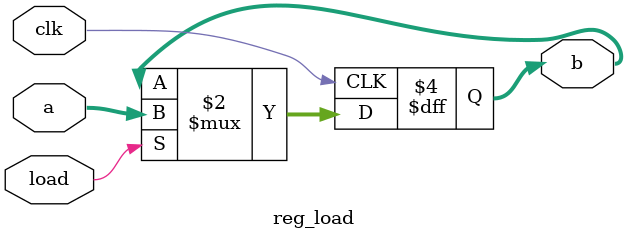
<source format=sv>
module reg_load (a, b, load, clk);
	parameter n = 16;
	
	input [n-1:0] a;
	input load, clk;
	output logic [n-1:0] b;
	
	always @ (posedge clk) begin
		if (load) 
			b <= a;
	end

endmodule
</source>
